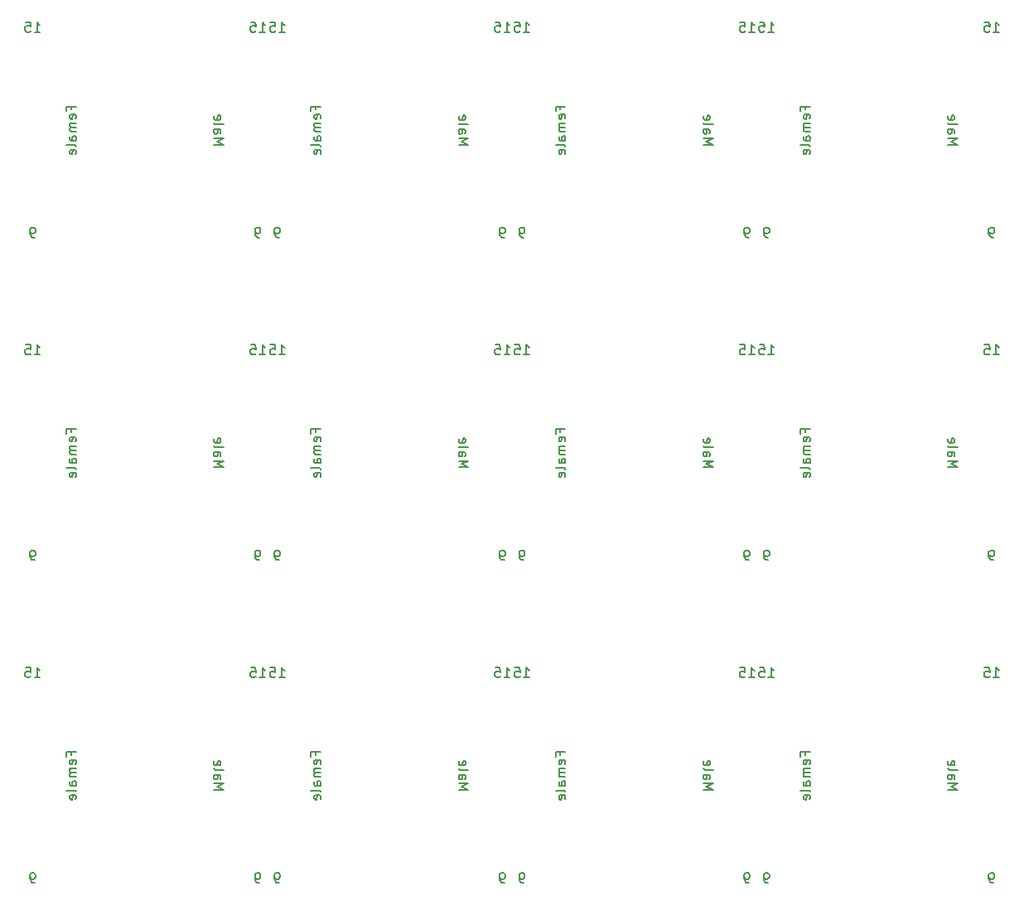
<source format=gbo>
G04 #@! TF.GenerationSoftware,KiCad,Pcbnew,(5.1.5)-3*
G04 #@! TF.CreationDate,2021-03-23T18:23:01+09:00*
G04 #@! TF.ProjectId,DSub15TestPoint(3x4),44537562-3135-4546-9573-74506f696e74,rev?*
G04 #@! TF.SameCoordinates,Original*
G04 #@! TF.FileFunction,Legend,Bot*
G04 #@! TF.FilePolarity,Positive*
%FSLAX46Y46*%
G04 Gerber Fmt 4.6, Leading zero omitted, Abs format (unit mm)*
G04 Created by KiCad (PCBNEW (5.1.5)-3) date 2021-03-23 18:23:01*
%MOMM*%
%LPD*%
G04 APERTURE LIST*
%ADD10C,0.150000*%
G04 APERTURE END LIST*
D10*
X124547619Y-113976190D02*
X125547619Y-113976190D01*
X124833333Y-113642857D01*
X125547619Y-113309523D01*
X124547619Y-113309523D01*
X124547619Y-112404761D02*
X125071428Y-112404761D01*
X125166666Y-112452380D01*
X125214285Y-112547619D01*
X125214285Y-112738095D01*
X125166666Y-112833333D01*
X124595238Y-112404761D02*
X124547619Y-112500000D01*
X124547619Y-112738095D01*
X124595238Y-112833333D01*
X124690476Y-112880952D01*
X124785714Y-112880952D01*
X124880952Y-112833333D01*
X124928571Y-112738095D01*
X124928571Y-112500000D01*
X124976190Y-112404761D01*
X124547619Y-111785714D02*
X124595238Y-111880952D01*
X124690476Y-111928571D01*
X125547619Y-111928571D01*
X124595238Y-111023809D02*
X124547619Y-111119047D01*
X124547619Y-111309523D01*
X124595238Y-111404761D01*
X124690476Y-111452380D01*
X125071428Y-111452380D01*
X125166666Y-111404761D01*
X125214285Y-111309523D01*
X125214285Y-111119047D01*
X125166666Y-111023809D01*
X125071428Y-110976190D01*
X124976190Y-110976190D01*
X124880952Y-111452380D01*
X129190476Y-102452380D02*
X129761904Y-102452380D01*
X129476190Y-102452380D02*
X129476190Y-101452380D01*
X129571428Y-101595238D01*
X129666666Y-101690476D01*
X129761904Y-101738095D01*
X128285714Y-101452380D02*
X128761904Y-101452380D01*
X128809523Y-101928571D01*
X128761904Y-101880952D01*
X128666666Y-101833333D01*
X128428571Y-101833333D01*
X128333333Y-101880952D01*
X128285714Y-101928571D01*
X128238095Y-102023809D01*
X128238095Y-102261904D01*
X128285714Y-102357142D01*
X128333333Y-102404761D01*
X128428571Y-102452380D01*
X128666666Y-102452380D01*
X128761904Y-102404761D01*
X128809523Y-102357142D01*
X109928571Y-110404761D02*
X109928571Y-110071428D01*
X110452380Y-110071428D02*
X109452380Y-110071428D01*
X109452380Y-110547619D01*
X110404761Y-111309523D02*
X110452380Y-111214285D01*
X110452380Y-111023809D01*
X110404761Y-110928571D01*
X110309523Y-110880952D01*
X109928571Y-110880952D01*
X109833333Y-110928571D01*
X109785714Y-111023809D01*
X109785714Y-111214285D01*
X109833333Y-111309523D01*
X109928571Y-111357142D01*
X110023809Y-111357142D01*
X110119047Y-110880952D01*
X110452380Y-111785714D02*
X109785714Y-111785714D01*
X109880952Y-111785714D02*
X109833333Y-111833333D01*
X109785714Y-111928571D01*
X109785714Y-112071428D01*
X109833333Y-112166666D01*
X109928571Y-112214285D01*
X110452380Y-112214285D01*
X109928571Y-112214285D02*
X109833333Y-112261904D01*
X109785714Y-112357142D01*
X109785714Y-112500000D01*
X109833333Y-112595238D01*
X109928571Y-112642857D01*
X110452380Y-112642857D01*
X110452380Y-113547619D02*
X109928571Y-113547619D01*
X109833333Y-113500000D01*
X109785714Y-113404761D01*
X109785714Y-113214285D01*
X109833333Y-113119047D01*
X110404761Y-113547619D02*
X110452380Y-113452380D01*
X110452380Y-113214285D01*
X110404761Y-113119047D01*
X110309523Y-113071428D01*
X110214285Y-113071428D01*
X110119047Y-113119047D01*
X110071428Y-113214285D01*
X110071428Y-113452380D01*
X110023809Y-113547619D01*
X110452380Y-114166666D02*
X110404761Y-114071428D01*
X110309523Y-114023809D01*
X109452380Y-114023809D01*
X110404761Y-114928571D02*
X110452380Y-114833333D01*
X110452380Y-114642857D01*
X110404761Y-114547619D01*
X110309523Y-114500000D01*
X109928571Y-114500000D01*
X109833333Y-114547619D01*
X109785714Y-114642857D01*
X109785714Y-114833333D01*
X109833333Y-114928571D01*
X109928571Y-114976190D01*
X110023809Y-114976190D01*
X110119047Y-114500000D01*
X129190476Y-123452380D02*
X129000000Y-123452380D01*
X128904761Y-123404761D01*
X128857142Y-123357142D01*
X128761904Y-123214285D01*
X128714285Y-123023809D01*
X128714285Y-122642857D01*
X128761904Y-122547619D01*
X128809523Y-122500000D01*
X128904761Y-122452380D01*
X129095238Y-122452380D01*
X129190476Y-122500000D01*
X129238095Y-122547619D01*
X129285714Y-122642857D01*
X129285714Y-122880952D01*
X129238095Y-122976190D01*
X129190476Y-123023809D01*
X129095238Y-123071428D01*
X128904761Y-123071428D01*
X128809523Y-123023809D01*
X128761904Y-122976190D01*
X128714285Y-122880952D01*
X79190476Y-102452380D02*
X79761904Y-102452380D01*
X79476190Y-102452380D02*
X79476190Y-101452380D01*
X79571428Y-101595238D01*
X79666666Y-101690476D01*
X79761904Y-101738095D01*
X78285714Y-101452380D02*
X78761904Y-101452380D01*
X78809523Y-101928571D01*
X78761904Y-101880952D01*
X78666666Y-101833333D01*
X78428571Y-101833333D01*
X78333333Y-101880952D01*
X78285714Y-101928571D01*
X78238095Y-102023809D01*
X78238095Y-102261904D01*
X78285714Y-102357142D01*
X78333333Y-102404761D01*
X78428571Y-102452380D01*
X78666666Y-102452380D01*
X78761904Y-102404761D01*
X78809523Y-102357142D01*
X31190476Y-102452380D02*
X31761904Y-102452380D01*
X31476190Y-102452380D02*
X31476190Y-101452380D01*
X31571428Y-101595238D01*
X31666666Y-101690476D01*
X31761904Y-101738095D01*
X30285714Y-101452380D02*
X30761904Y-101452380D01*
X30809523Y-101928571D01*
X30761904Y-101880952D01*
X30666666Y-101833333D01*
X30428571Y-101833333D01*
X30333333Y-101880952D01*
X30285714Y-101928571D01*
X30238095Y-102023809D01*
X30238095Y-102261904D01*
X30285714Y-102357142D01*
X30333333Y-102404761D01*
X30428571Y-102452380D01*
X30666666Y-102452380D01*
X30761904Y-102404761D01*
X30809523Y-102357142D01*
X54190476Y-123452380D02*
X54000000Y-123452380D01*
X53904761Y-123404761D01*
X53857142Y-123357142D01*
X53761904Y-123214285D01*
X53714285Y-123023809D01*
X53714285Y-122642857D01*
X53761904Y-122547619D01*
X53809523Y-122500000D01*
X53904761Y-122452380D01*
X54095238Y-122452380D01*
X54190476Y-122500000D01*
X54238095Y-122547619D01*
X54285714Y-122642857D01*
X54285714Y-122880952D01*
X54238095Y-122976190D01*
X54190476Y-123023809D01*
X54095238Y-123071428D01*
X53904761Y-123071428D01*
X53809523Y-123023809D01*
X53761904Y-122976190D01*
X53714285Y-122880952D01*
X84928571Y-110404761D02*
X84928571Y-110071428D01*
X85452380Y-110071428D02*
X84452380Y-110071428D01*
X84452380Y-110547619D01*
X85404761Y-111309523D02*
X85452380Y-111214285D01*
X85452380Y-111023809D01*
X85404761Y-110928571D01*
X85309523Y-110880952D01*
X84928571Y-110880952D01*
X84833333Y-110928571D01*
X84785714Y-111023809D01*
X84785714Y-111214285D01*
X84833333Y-111309523D01*
X84928571Y-111357142D01*
X85023809Y-111357142D01*
X85119047Y-110880952D01*
X85452380Y-111785714D02*
X84785714Y-111785714D01*
X84880952Y-111785714D02*
X84833333Y-111833333D01*
X84785714Y-111928571D01*
X84785714Y-112071428D01*
X84833333Y-112166666D01*
X84928571Y-112214285D01*
X85452380Y-112214285D01*
X84928571Y-112214285D02*
X84833333Y-112261904D01*
X84785714Y-112357142D01*
X84785714Y-112500000D01*
X84833333Y-112595238D01*
X84928571Y-112642857D01*
X85452380Y-112642857D01*
X85452380Y-113547619D02*
X84928571Y-113547619D01*
X84833333Y-113500000D01*
X84785714Y-113404761D01*
X84785714Y-113214285D01*
X84833333Y-113119047D01*
X85404761Y-113547619D02*
X85452380Y-113452380D01*
X85452380Y-113214285D01*
X85404761Y-113119047D01*
X85309523Y-113071428D01*
X85214285Y-113071428D01*
X85119047Y-113119047D01*
X85071428Y-113214285D01*
X85071428Y-113452380D01*
X85023809Y-113547619D01*
X85452380Y-114166666D02*
X85404761Y-114071428D01*
X85309523Y-114023809D01*
X84452380Y-114023809D01*
X85404761Y-114928571D02*
X85452380Y-114833333D01*
X85452380Y-114642857D01*
X85404761Y-114547619D01*
X85309523Y-114500000D01*
X84928571Y-114500000D01*
X84833333Y-114547619D01*
X84785714Y-114642857D01*
X84785714Y-114833333D01*
X84833333Y-114928571D01*
X84928571Y-114976190D01*
X85023809Y-114976190D01*
X85119047Y-114500000D01*
X99547619Y-113976190D02*
X100547619Y-113976190D01*
X99833333Y-113642857D01*
X100547619Y-113309523D01*
X99547619Y-113309523D01*
X99547619Y-112404761D02*
X100071428Y-112404761D01*
X100166666Y-112452380D01*
X100214285Y-112547619D01*
X100214285Y-112738095D01*
X100166666Y-112833333D01*
X99595238Y-112404761D02*
X99547619Y-112500000D01*
X99547619Y-112738095D01*
X99595238Y-112833333D01*
X99690476Y-112880952D01*
X99785714Y-112880952D01*
X99880952Y-112833333D01*
X99928571Y-112738095D01*
X99928571Y-112500000D01*
X99976190Y-112404761D01*
X99547619Y-111785714D02*
X99595238Y-111880952D01*
X99690476Y-111928571D01*
X100547619Y-111928571D01*
X99595238Y-111023809D02*
X99547619Y-111119047D01*
X99547619Y-111309523D01*
X99595238Y-111404761D01*
X99690476Y-111452380D01*
X100071428Y-111452380D01*
X100166666Y-111404761D01*
X100214285Y-111309523D01*
X100214285Y-111119047D01*
X100166666Y-111023809D01*
X100071428Y-110976190D01*
X99976190Y-110976190D01*
X99880952Y-111452380D01*
X31190476Y-123452380D02*
X31000000Y-123452380D01*
X30904761Y-123404761D01*
X30857142Y-123357142D01*
X30761904Y-123214285D01*
X30714285Y-123023809D01*
X30714285Y-122642857D01*
X30761904Y-122547619D01*
X30809523Y-122500000D01*
X30904761Y-122452380D01*
X31095238Y-122452380D01*
X31190476Y-122500000D01*
X31238095Y-122547619D01*
X31285714Y-122642857D01*
X31285714Y-122880952D01*
X31238095Y-122976190D01*
X31190476Y-123023809D01*
X31095238Y-123071428D01*
X30904761Y-123071428D01*
X30809523Y-123023809D01*
X30761904Y-122976190D01*
X30714285Y-122880952D01*
X56190476Y-102452380D02*
X56761904Y-102452380D01*
X56476190Y-102452380D02*
X56476190Y-101452380D01*
X56571428Y-101595238D01*
X56666666Y-101690476D01*
X56761904Y-101738095D01*
X55285714Y-101452380D02*
X55761904Y-101452380D01*
X55809523Y-101928571D01*
X55761904Y-101880952D01*
X55666666Y-101833333D01*
X55428571Y-101833333D01*
X55333333Y-101880952D01*
X55285714Y-101928571D01*
X55238095Y-102023809D01*
X55238095Y-102261904D01*
X55285714Y-102357142D01*
X55333333Y-102404761D01*
X55428571Y-102452380D01*
X55666666Y-102452380D01*
X55761904Y-102404761D01*
X55809523Y-102357142D01*
X49547619Y-113976190D02*
X50547619Y-113976190D01*
X49833333Y-113642857D01*
X50547619Y-113309523D01*
X49547619Y-113309523D01*
X49547619Y-112404761D02*
X50071428Y-112404761D01*
X50166666Y-112452380D01*
X50214285Y-112547619D01*
X50214285Y-112738095D01*
X50166666Y-112833333D01*
X49595238Y-112404761D02*
X49547619Y-112500000D01*
X49547619Y-112738095D01*
X49595238Y-112833333D01*
X49690476Y-112880952D01*
X49785714Y-112880952D01*
X49880952Y-112833333D01*
X49928571Y-112738095D01*
X49928571Y-112500000D01*
X49976190Y-112404761D01*
X49547619Y-111785714D02*
X49595238Y-111880952D01*
X49690476Y-111928571D01*
X50547619Y-111928571D01*
X49595238Y-111023809D02*
X49547619Y-111119047D01*
X49547619Y-111309523D01*
X49595238Y-111404761D01*
X49690476Y-111452380D01*
X50071428Y-111452380D01*
X50166666Y-111404761D01*
X50214285Y-111309523D01*
X50214285Y-111119047D01*
X50166666Y-111023809D01*
X50071428Y-110976190D01*
X49976190Y-110976190D01*
X49880952Y-111452380D01*
X34928571Y-110404761D02*
X34928571Y-110071428D01*
X35452380Y-110071428D02*
X34452380Y-110071428D01*
X34452380Y-110547619D01*
X35404761Y-111309523D02*
X35452380Y-111214285D01*
X35452380Y-111023809D01*
X35404761Y-110928571D01*
X35309523Y-110880952D01*
X34928571Y-110880952D01*
X34833333Y-110928571D01*
X34785714Y-111023809D01*
X34785714Y-111214285D01*
X34833333Y-111309523D01*
X34928571Y-111357142D01*
X35023809Y-111357142D01*
X35119047Y-110880952D01*
X35452380Y-111785714D02*
X34785714Y-111785714D01*
X34880952Y-111785714D02*
X34833333Y-111833333D01*
X34785714Y-111928571D01*
X34785714Y-112071428D01*
X34833333Y-112166666D01*
X34928571Y-112214285D01*
X35452380Y-112214285D01*
X34928571Y-112214285D02*
X34833333Y-112261904D01*
X34785714Y-112357142D01*
X34785714Y-112500000D01*
X34833333Y-112595238D01*
X34928571Y-112642857D01*
X35452380Y-112642857D01*
X35452380Y-113547619D02*
X34928571Y-113547619D01*
X34833333Y-113500000D01*
X34785714Y-113404761D01*
X34785714Y-113214285D01*
X34833333Y-113119047D01*
X35404761Y-113547619D02*
X35452380Y-113452380D01*
X35452380Y-113214285D01*
X35404761Y-113119047D01*
X35309523Y-113071428D01*
X35214285Y-113071428D01*
X35119047Y-113119047D01*
X35071428Y-113214285D01*
X35071428Y-113452380D01*
X35023809Y-113547619D01*
X35452380Y-114166666D02*
X35404761Y-114071428D01*
X35309523Y-114023809D01*
X34452380Y-114023809D01*
X35404761Y-114928571D02*
X35452380Y-114833333D01*
X35452380Y-114642857D01*
X35404761Y-114547619D01*
X35309523Y-114500000D01*
X34928571Y-114500000D01*
X34833333Y-114547619D01*
X34785714Y-114642857D01*
X34785714Y-114833333D01*
X34833333Y-114928571D01*
X34928571Y-114976190D01*
X35023809Y-114976190D01*
X35119047Y-114500000D01*
X59928571Y-110404761D02*
X59928571Y-110071428D01*
X60452380Y-110071428D02*
X59452380Y-110071428D01*
X59452380Y-110547619D01*
X60404761Y-111309523D02*
X60452380Y-111214285D01*
X60452380Y-111023809D01*
X60404761Y-110928571D01*
X60309523Y-110880952D01*
X59928571Y-110880952D01*
X59833333Y-110928571D01*
X59785714Y-111023809D01*
X59785714Y-111214285D01*
X59833333Y-111309523D01*
X59928571Y-111357142D01*
X60023809Y-111357142D01*
X60119047Y-110880952D01*
X60452380Y-111785714D02*
X59785714Y-111785714D01*
X59880952Y-111785714D02*
X59833333Y-111833333D01*
X59785714Y-111928571D01*
X59785714Y-112071428D01*
X59833333Y-112166666D01*
X59928571Y-112214285D01*
X60452380Y-112214285D01*
X59928571Y-112214285D02*
X59833333Y-112261904D01*
X59785714Y-112357142D01*
X59785714Y-112500000D01*
X59833333Y-112595238D01*
X59928571Y-112642857D01*
X60452380Y-112642857D01*
X60452380Y-113547619D02*
X59928571Y-113547619D01*
X59833333Y-113500000D01*
X59785714Y-113404761D01*
X59785714Y-113214285D01*
X59833333Y-113119047D01*
X60404761Y-113547619D02*
X60452380Y-113452380D01*
X60452380Y-113214285D01*
X60404761Y-113119047D01*
X60309523Y-113071428D01*
X60214285Y-113071428D01*
X60119047Y-113119047D01*
X60071428Y-113214285D01*
X60071428Y-113452380D01*
X60023809Y-113547619D01*
X60452380Y-114166666D02*
X60404761Y-114071428D01*
X60309523Y-114023809D01*
X59452380Y-114023809D01*
X60404761Y-114928571D02*
X60452380Y-114833333D01*
X60452380Y-114642857D01*
X60404761Y-114547619D01*
X60309523Y-114500000D01*
X59928571Y-114500000D01*
X59833333Y-114547619D01*
X59785714Y-114642857D01*
X59785714Y-114833333D01*
X59833333Y-114928571D01*
X59928571Y-114976190D01*
X60023809Y-114976190D01*
X60119047Y-114500000D01*
X56190476Y-123452380D02*
X56000000Y-123452380D01*
X55904761Y-123404761D01*
X55857142Y-123357142D01*
X55761904Y-123214285D01*
X55714285Y-123023809D01*
X55714285Y-122642857D01*
X55761904Y-122547619D01*
X55809523Y-122500000D01*
X55904761Y-122452380D01*
X56095238Y-122452380D01*
X56190476Y-122500000D01*
X56238095Y-122547619D01*
X56285714Y-122642857D01*
X56285714Y-122880952D01*
X56238095Y-122976190D01*
X56190476Y-123023809D01*
X56095238Y-123071428D01*
X55904761Y-123071428D01*
X55809523Y-123023809D01*
X55761904Y-122976190D01*
X55714285Y-122880952D01*
X54190476Y-102452380D02*
X54761904Y-102452380D01*
X54476190Y-102452380D02*
X54476190Y-101452380D01*
X54571428Y-101595238D01*
X54666666Y-101690476D01*
X54761904Y-101738095D01*
X53285714Y-101452380D02*
X53761904Y-101452380D01*
X53809523Y-101928571D01*
X53761904Y-101880952D01*
X53666666Y-101833333D01*
X53428571Y-101833333D01*
X53333333Y-101880952D01*
X53285714Y-101928571D01*
X53238095Y-102023809D01*
X53238095Y-102261904D01*
X53285714Y-102357142D01*
X53333333Y-102404761D01*
X53428571Y-102452380D01*
X53666666Y-102452380D01*
X53761904Y-102404761D01*
X53809523Y-102357142D01*
X74547619Y-113976190D02*
X75547619Y-113976190D01*
X74833333Y-113642857D01*
X75547619Y-113309523D01*
X74547619Y-113309523D01*
X74547619Y-112404761D02*
X75071428Y-112404761D01*
X75166666Y-112452380D01*
X75214285Y-112547619D01*
X75214285Y-112738095D01*
X75166666Y-112833333D01*
X74595238Y-112404761D02*
X74547619Y-112500000D01*
X74547619Y-112738095D01*
X74595238Y-112833333D01*
X74690476Y-112880952D01*
X74785714Y-112880952D01*
X74880952Y-112833333D01*
X74928571Y-112738095D01*
X74928571Y-112500000D01*
X74976190Y-112404761D01*
X74547619Y-111785714D02*
X74595238Y-111880952D01*
X74690476Y-111928571D01*
X75547619Y-111928571D01*
X74595238Y-111023809D02*
X74547619Y-111119047D01*
X74547619Y-111309523D01*
X74595238Y-111404761D01*
X74690476Y-111452380D01*
X75071428Y-111452380D01*
X75166666Y-111404761D01*
X75214285Y-111309523D01*
X75214285Y-111119047D01*
X75166666Y-111023809D01*
X75071428Y-110976190D01*
X74976190Y-110976190D01*
X74880952Y-111452380D01*
X106190476Y-102452380D02*
X106761904Y-102452380D01*
X106476190Y-102452380D02*
X106476190Y-101452380D01*
X106571428Y-101595238D01*
X106666666Y-101690476D01*
X106761904Y-101738095D01*
X105285714Y-101452380D02*
X105761904Y-101452380D01*
X105809523Y-101928571D01*
X105761904Y-101880952D01*
X105666666Y-101833333D01*
X105428571Y-101833333D01*
X105333333Y-101880952D01*
X105285714Y-101928571D01*
X105238095Y-102023809D01*
X105238095Y-102261904D01*
X105285714Y-102357142D01*
X105333333Y-102404761D01*
X105428571Y-102452380D01*
X105666666Y-102452380D01*
X105761904Y-102404761D01*
X105809523Y-102357142D01*
X81190476Y-102452380D02*
X81761904Y-102452380D01*
X81476190Y-102452380D02*
X81476190Y-101452380D01*
X81571428Y-101595238D01*
X81666666Y-101690476D01*
X81761904Y-101738095D01*
X80285714Y-101452380D02*
X80761904Y-101452380D01*
X80809523Y-101928571D01*
X80761904Y-101880952D01*
X80666666Y-101833333D01*
X80428571Y-101833333D01*
X80333333Y-101880952D01*
X80285714Y-101928571D01*
X80238095Y-102023809D01*
X80238095Y-102261904D01*
X80285714Y-102357142D01*
X80333333Y-102404761D01*
X80428571Y-102452380D01*
X80666666Y-102452380D01*
X80761904Y-102404761D01*
X80809523Y-102357142D01*
X104190476Y-102452380D02*
X104761904Y-102452380D01*
X104476190Y-102452380D02*
X104476190Y-101452380D01*
X104571428Y-101595238D01*
X104666666Y-101690476D01*
X104761904Y-101738095D01*
X103285714Y-101452380D02*
X103761904Y-101452380D01*
X103809523Y-101928571D01*
X103761904Y-101880952D01*
X103666666Y-101833333D01*
X103428571Y-101833333D01*
X103333333Y-101880952D01*
X103285714Y-101928571D01*
X103238095Y-102023809D01*
X103238095Y-102261904D01*
X103285714Y-102357142D01*
X103333333Y-102404761D01*
X103428571Y-102452380D01*
X103666666Y-102452380D01*
X103761904Y-102404761D01*
X103809523Y-102357142D01*
X81190476Y-123452380D02*
X81000000Y-123452380D01*
X80904761Y-123404761D01*
X80857142Y-123357142D01*
X80761904Y-123214285D01*
X80714285Y-123023809D01*
X80714285Y-122642857D01*
X80761904Y-122547619D01*
X80809523Y-122500000D01*
X80904761Y-122452380D01*
X81095238Y-122452380D01*
X81190476Y-122500000D01*
X81238095Y-122547619D01*
X81285714Y-122642857D01*
X81285714Y-122880952D01*
X81238095Y-122976190D01*
X81190476Y-123023809D01*
X81095238Y-123071428D01*
X80904761Y-123071428D01*
X80809523Y-123023809D01*
X80761904Y-122976190D01*
X80714285Y-122880952D01*
X104190476Y-123452380D02*
X104000000Y-123452380D01*
X103904761Y-123404761D01*
X103857142Y-123357142D01*
X103761904Y-123214285D01*
X103714285Y-123023809D01*
X103714285Y-122642857D01*
X103761904Y-122547619D01*
X103809523Y-122500000D01*
X103904761Y-122452380D01*
X104095238Y-122452380D01*
X104190476Y-122500000D01*
X104238095Y-122547619D01*
X104285714Y-122642857D01*
X104285714Y-122880952D01*
X104238095Y-122976190D01*
X104190476Y-123023809D01*
X104095238Y-123071428D01*
X103904761Y-123071428D01*
X103809523Y-123023809D01*
X103761904Y-122976190D01*
X103714285Y-122880952D01*
X79190476Y-123452380D02*
X79000000Y-123452380D01*
X78904761Y-123404761D01*
X78857142Y-123357142D01*
X78761904Y-123214285D01*
X78714285Y-123023809D01*
X78714285Y-122642857D01*
X78761904Y-122547619D01*
X78809523Y-122500000D01*
X78904761Y-122452380D01*
X79095238Y-122452380D01*
X79190476Y-122500000D01*
X79238095Y-122547619D01*
X79285714Y-122642857D01*
X79285714Y-122880952D01*
X79238095Y-122976190D01*
X79190476Y-123023809D01*
X79095238Y-123071428D01*
X78904761Y-123071428D01*
X78809523Y-123023809D01*
X78761904Y-122976190D01*
X78714285Y-122880952D01*
X106190476Y-123452380D02*
X106000000Y-123452380D01*
X105904761Y-123404761D01*
X105857142Y-123357142D01*
X105761904Y-123214285D01*
X105714285Y-123023809D01*
X105714285Y-122642857D01*
X105761904Y-122547619D01*
X105809523Y-122500000D01*
X105904761Y-122452380D01*
X106095238Y-122452380D01*
X106190476Y-122500000D01*
X106238095Y-122547619D01*
X106285714Y-122642857D01*
X106285714Y-122880952D01*
X106238095Y-122976190D01*
X106190476Y-123023809D01*
X106095238Y-123071428D01*
X105904761Y-123071428D01*
X105809523Y-123023809D01*
X105761904Y-122976190D01*
X105714285Y-122880952D01*
X124547619Y-80976190D02*
X125547619Y-80976190D01*
X124833333Y-80642857D01*
X125547619Y-80309523D01*
X124547619Y-80309523D01*
X124547619Y-79404761D02*
X125071428Y-79404761D01*
X125166666Y-79452380D01*
X125214285Y-79547619D01*
X125214285Y-79738095D01*
X125166666Y-79833333D01*
X124595238Y-79404761D02*
X124547619Y-79500000D01*
X124547619Y-79738095D01*
X124595238Y-79833333D01*
X124690476Y-79880952D01*
X124785714Y-79880952D01*
X124880952Y-79833333D01*
X124928571Y-79738095D01*
X124928571Y-79500000D01*
X124976190Y-79404761D01*
X124547619Y-78785714D02*
X124595238Y-78880952D01*
X124690476Y-78928571D01*
X125547619Y-78928571D01*
X124595238Y-78023809D02*
X124547619Y-78119047D01*
X124547619Y-78309523D01*
X124595238Y-78404761D01*
X124690476Y-78452380D01*
X125071428Y-78452380D01*
X125166666Y-78404761D01*
X125214285Y-78309523D01*
X125214285Y-78119047D01*
X125166666Y-78023809D01*
X125071428Y-77976190D01*
X124976190Y-77976190D01*
X124880952Y-78452380D01*
X129190476Y-69452380D02*
X129761904Y-69452380D01*
X129476190Y-69452380D02*
X129476190Y-68452380D01*
X129571428Y-68595238D01*
X129666666Y-68690476D01*
X129761904Y-68738095D01*
X128285714Y-68452380D02*
X128761904Y-68452380D01*
X128809523Y-68928571D01*
X128761904Y-68880952D01*
X128666666Y-68833333D01*
X128428571Y-68833333D01*
X128333333Y-68880952D01*
X128285714Y-68928571D01*
X128238095Y-69023809D01*
X128238095Y-69261904D01*
X128285714Y-69357142D01*
X128333333Y-69404761D01*
X128428571Y-69452380D01*
X128666666Y-69452380D01*
X128761904Y-69404761D01*
X128809523Y-69357142D01*
X106190476Y-90452380D02*
X106000000Y-90452380D01*
X105904761Y-90404761D01*
X105857142Y-90357142D01*
X105761904Y-90214285D01*
X105714285Y-90023809D01*
X105714285Y-89642857D01*
X105761904Y-89547619D01*
X105809523Y-89500000D01*
X105904761Y-89452380D01*
X106095238Y-89452380D01*
X106190476Y-89500000D01*
X106238095Y-89547619D01*
X106285714Y-89642857D01*
X106285714Y-89880952D01*
X106238095Y-89976190D01*
X106190476Y-90023809D01*
X106095238Y-90071428D01*
X105904761Y-90071428D01*
X105809523Y-90023809D01*
X105761904Y-89976190D01*
X105714285Y-89880952D01*
X129190476Y-90452380D02*
X129000000Y-90452380D01*
X128904761Y-90404761D01*
X128857142Y-90357142D01*
X128761904Y-90214285D01*
X128714285Y-90023809D01*
X128714285Y-89642857D01*
X128761904Y-89547619D01*
X128809523Y-89500000D01*
X128904761Y-89452380D01*
X129095238Y-89452380D01*
X129190476Y-89500000D01*
X129238095Y-89547619D01*
X129285714Y-89642857D01*
X129285714Y-89880952D01*
X129238095Y-89976190D01*
X129190476Y-90023809D01*
X129095238Y-90071428D01*
X128904761Y-90071428D01*
X128809523Y-90023809D01*
X128761904Y-89976190D01*
X128714285Y-89880952D01*
X109928571Y-77404761D02*
X109928571Y-77071428D01*
X110452380Y-77071428D02*
X109452380Y-77071428D01*
X109452380Y-77547619D01*
X110404761Y-78309523D02*
X110452380Y-78214285D01*
X110452380Y-78023809D01*
X110404761Y-77928571D01*
X110309523Y-77880952D01*
X109928571Y-77880952D01*
X109833333Y-77928571D01*
X109785714Y-78023809D01*
X109785714Y-78214285D01*
X109833333Y-78309523D01*
X109928571Y-78357142D01*
X110023809Y-78357142D01*
X110119047Y-77880952D01*
X110452380Y-78785714D02*
X109785714Y-78785714D01*
X109880952Y-78785714D02*
X109833333Y-78833333D01*
X109785714Y-78928571D01*
X109785714Y-79071428D01*
X109833333Y-79166666D01*
X109928571Y-79214285D01*
X110452380Y-79214285D01*
X109928571Y-79214285D02*
X109833333Y-79261904D01*
X109785714Y-79357142D01*
X109785714Y-79500000D01*
X109833333Y-79595238D01*
X109928571Y-79642857D01*
X110452380Y-79642857D01*
X110452380Y-80547619D02*
X109928571Y-80547619D01*
X109833333Y-80500000D01*
X109785714Y-80404761D01*
X109785714Y-80214285D01*
X109833333Y-80119047D01*
X110404761Y-80547619D02*
X110452380Y-80452380D01*
X110452380Y-80214285D01*
X110404761Y-80119047D01*
X110309523Y-80071428D01*
X110214285Y-80071428D01*
X110119047Y-80119047D01*
X110071428Y-80214285D01*
X110071428Y-80452380D01*
X110023809Y-80547619D01*
X110452380Y-81166666D02*
X110404761Y-81071428D01*
X110309523Y-81023809D01*
X109452380Y-81023809D01*
X110404761Y-81928571D02*
X110452380Y-81833333D01*
X110452380Y-81642857D01*
X110404761Y-81547619D01*
X110309523Y-81500000D01*
X109928571Y-81500000D01*
X109833333Y-81547619D01*
X109785714Y-81642857D01*
X109785714Y-81833333D01*
X109833333Y-81928571D01*
X109928571Y-81976190D01*
X110023809Y-81976190D01*
X110119047Y-81500000D01*
X106190476Y-69452380D02*
X106761904Y-69452380D01*
X106476190Y-69452380D02*
X106476190Y-68452380D01*
X106571428Y-68595238D01*
X106666666Y-68690476D01*
X106761904Y-68738095D01*
X105285714Y-68452380D02*
X105761904Y-68452380D01*
X105809523Y-68928571D01*
X105761904Y-68880952D01*
X105666666Y-68833333D01*
X105428571Y-68833333D01*
X105333333Y-68880952D01*
X105285714Y-68928571D01*
X105238095Y-69023809D01*
X105238095Y-69261904D01*
X105285714Y-69357142D01*
X105333333Y-69404761D01*
X105428571Y-69452380D01*
X105666666Y-69452380D01*
X105761904Y-69404761D01*
X105809523Y-69357142D01*
X81190476Y-69452380D02*
X81761904Y-69452380D01*
X81476190Y-69452380D02*
X81476190Y-68452380D01*
X81571428Y-68595238D01*
X81666666Y-68690476D01*
X81761904Y-68738095D01*
X80285714Y-68452380D02*
X80761904Y-68452380D01*
X80809523Y-68928571D01*
X80761904Y-68880952D01*
X80666666Y-68833333D01*
X80428571Y-68833333D01*
X80333333Y-68880952D01*
X80285714Y-68928571D01*
X80238095Y-69023809D01*
X80238095Y-69261904D01*
X80285714Y-69357142D01*
X80333333Y-69404761D01*
X80428571Y-69452380D01*
X80666666Y-69452380D01*
X80761904Y-69404761D01*
X80809523Y-69357142D01*
X104190476Y-69452380D02*
X104761904Y-69452380D01*
X104476190Y-69452380D02*
X104476190Y-68452380D01*
X104571428Y-68595238D01*
X104666666Y-68690476D01*
X104761904Y-68738095D01*
X103285714Y-68452380D02*
X103761904Y-68452380D01*
X103809523Y-68928571D01*
X103761904Y-68880952D01*
X103666666Y-68833333D01*
X103428571Y-68833333D01*
X103333333Y-68880952D01*
X103285714Y-68928571D01*
X103238095Y-69023809D01*
X103238095Y-69261904D01*
X103285714Y-69357142D01*
X103333333Y-69404761D01*
X103428571Y-69452380D01*
X103666666Y-69452380D01*
X103761904Y-69404761D01*
X103809523Y-69357142D01*
X81190476Y-90452380D02*
X81000000Y-90452380D01*
X80904761Y-90404761D01*
X80857142Y-90357142D01*
X80761904Y-90214285D01*
X80714285Y-90023809D01*
X80714285Y-89642857D01*
X80761904Y-89547619D01*
X80809523Y-89500000D01*
X80904761Y-89452380D01*
X81095238Y-89452380D01*
X81190476Y-89500000D01*
X81238095Y-89547619D01*
X81285714Y-89642857D01*
X81285714Y-89880952D01*
X81238095Y-89976190D01*
X81190476Y-90023809D01*
X81095238Y-90071428D01*
X80904761Y-90071428D01*
X80809523Y-90023809D01*
X80761904Y-89976190D01*
X80714285Y-89880952D01*
X104190476Y-90452380D02*
X104000000Y-90452380D01*
X103904761Y-90404761D01*
X103857142Y-90357142D01*
X103761904Y-90214285D01*
X103714285Y-90023809D01*
X103714285Y-89642857D01*
X103761904Y-89547619D01*
X103809523Y-89500000D01*
X103904761Y-89452380D01*
X104095238Y-89452380D01*
X104190476Y-89500000D01*
X104238095Y-89547619D01*
X104285714Y-89642857D01*
X104285714Y-89880952D01*
X104238095Y-89976190D01*
X104190476Y-90023809D01*
X104095238Y-90071428D01*
X103904761Y-90071428D01*
X103809523Y-90023809D01*
X103761904Y-89976190D01*
X103714285Y-89880952D01*
X84928571Y-77404761D02*
X84928571Y-77071428D01*
X85452380Y-77071428D02*
X84452380Y-77071428D01*
X84452380Y-77547619D01*
X85404761Y-78309523D02*
X85452380Y-78214285D01*
X85452380Y-78023809D01*
X85404761Y-77928571D01*
X85309523Y-77880952D01*
X84928571Y-77880952D01*
X84833333Y-77928571D01*
X84785714Y-78023809D01*
X84785714Y-78214285D01*
X84833333Y-78309523D01*
X84928571Y-78357142D01*
X85023809Y-78357142D01*
X85119047Y-77880952D01*
X85452380Y-78785714D02*
X84785714Y-78785714D01*
X84880952Y-78785714D02*
X84833333Y-78833333D01*
X84785714Y-78928571D01*
X84785714Y-79071428D01*
X84833333Y-79166666D01*
X84928571Y-79214285D01*
X85452380Y-79214285D01*
X84928571Y-79214285D02*
X84833333Y-79261904D01*
X84785714Y-79357142D01*
X84785714Y-79500000D01*
X84833333Y-79595238D01*
X84928571Y-79642857D01*
X85452380Y-79642857D01*
X85452380Y-80547619D02*
X84928571Y-80547619D01*
X84833333Y-80500000D01*
X84785714Y-80404761D01*
X84785714Y-80214285D01*
X84833333Y-80119047D01*
X85404761Y-80547619D02*
X85452380Y-80452380D01*
X85452380Y-80214285D01*
X85404761Y-80119047D01*
X85309523Y-80071428D01*
X85214285Y-80071428D01*
X85119047Y-80119047D01*
X85071428Y-80214285D01*
X85071428Y-80452380D01*
X85023809Y-80547619D01*
X85452380Y-81166666D02*
X85404761Y-81071428D01*
X85309523Y-81023809D01*
X84452380Y-81023809D01*
X85404761Y-81928571D02*
X85452380Y-81833333D01*
X85452380Y-81642857D01*
X85404761Y-81547619D01*
X85309523Y-81500000D01*
X84928571Y-81500000D01*
X84833333Y-81547619D01*
X84785714Y-81642857D01*
X84785714Y-81833333D01*
X84833333Y-81928571D01*
X84928571Y-81976190D01*
X85023809Y-81976190D01*
X85119047Y-81500000D01*
X99547619Y-80976190D02*
X100547619Y-80976190D01*
X99833333Y-80642857D01*
X100547619Y-80309523D01*
X99547619Y-80309523D01*
X99547619Y-79404761D02*
X100071428Y-79404761D01*
X100166666Y-79452380D01*
X100214285Y-79547619D01*
X100214285Y-79738095D01*
X100166666Y-79833333D01*
X99595238Y-79404761D02*
X99547619Y-79500000D01*
X99547619Y-79738095D01*
X99595238Y-79833333D01*
X99690476Y-79880952D01*
X99785714Y-79880952D01*
X99880952Y-79833333D01*
X99928571Y-79738095D01*
X99928571Y-79500000D01*
X99976190Y-79404761D01*
X99547619Y-78785714D02*
X99595238Y-78880952D01*
X99690476Y-78928571D01*
X100547619Y-78928571D01*
X99595238Y-78023809D02*
X99547619Y-78119047D01*
X99547619Y-78309523D01*
X99595238Y-78404761D01*
X99690476Y-78452380D01*
X100071428Y-78452380D01*
X100166666Y-78404761D01*
X100214285Y-78309523D01*
X100214285Y-78119047D01*
X100166666Y-78023809D01*
X100071428Y-77976190D01*
X99976190Y-77976190D01*
X99880952Y-78452380D01*
X59928571Y-77404761D02*
X59928571Y-77071428D01*
X60452380Y-77071428D02*
X59452380Y-77071428D01*
X59452380Y-77547619D01*
X60404761Y-78309523D02*
X60452380Y-78214285D01*
X60452380Y-78023809D01*
X60404761Y-77928571D01*
X60309523Y-77880952D01*
X59928571Y-77880952D01*
X59833333Y-77928571D01*
X59785714Y-78023809D01*
X59785714Y-78214285D01*
X59833333Y-78309523D01*
X59928571Y-78357142D01*
X60023809Y-78357142D01*
X60119047Y-77880952D01*
X60452380Y-78785714D02*
X59785714Y-78785714D01*
X59880952Y-78785714D02*
X59833333Y-78833333D01*
X59785714Y-78928571D01*
X59785714Y-79071428D01*
X59833333Y-79166666D01*
X59928571Y-79214285D01*
X60452380Y-79214285D01*
X59928571Y-79214285D02*
X59833333Y-79261904D01*
X59785714Y-79357142D01*
X59785714Y-79500000D01*
X59833333Y-79595238D01*
X59928571Y-79642857D01*
X60452380Y-79642857D01*
X60452380Y-80547619D02*
X59928571Y-80547619D01*
X59833333Y-80500000D01*
X59785714Y-80404761D01*
X59785714Y-80214285D01*
X59833333Y-80119047D01*
X60404761Y-80547619D02*
X60452380Y-80452380D01*
X60452380Y-80214285D01*
X60404761Y-80119047D01*
X60309523Y-80071428D01*
X60214285Y-80071428D01*
X60119047Y-80119047D01*
X60071428Y-80214285D01*
X60071428Y-80452380D01*
X60023809Y-80547619D01*
X60452380Y-81166666D02*
X60404761Y-81071428D01*
X60309523Y-81023809D01*
X59452380Y-81023809D01*
X60404761Y-81928571D02*
X60452380Y-81833333D01*
X60452380Y-81642857D01*
X60404761Y-81547619D01*
X60309523Y-81500000D01*
X59928571Y-81500000D01*
X59833333Y-81547619D01*
X59785714Y-81642857D01*
X59785714Y-81833333D01*
X59833333Y-81928571D01*
X59928571Y-81976190D01*
X60023809Y-81976190D01*
X60119047Y-81500000D01*
X56190476Y-69452380D02*
X56761904Y-69452380D01*
X56476190Y-69452380D02*
X56476190Y-68452380D01*
X56571428Y-68595238D01*
X56666666Y-68690476D01*
X56761904Y-68738095D01*
X55285714Y-68452380D02*
X55761904Y-68452380D01*
X55809523Y-68928571D01*
X55761904Y-68880952D01*
X55666666Y-68833333D01*
X55428571Y-68833333D01*
X55333333Y-68880952D01*
X55285714Y-68928571D01*
X55238095Y-69023809D01*
X55238095Y-69261904D01*
X55285714Y-69357142D01*
X55333333Y-69404761D01*
X55428571Y-69452380D01*
X55666666Y-69452380D01*
X55761904Y-69404761D01*
X55809523Y-69357142D01*
X56190476Y-90452380D02*
X56000000Y-90452380D01*
X55904761Y-90404761D01*
X55857142Y-90357142D01*
X55761904Y-90214285D01*
X55714285Y-90023809D01*
X55714285Y-89642857D01*
X55761904Y-89547619D01*
X55809523Y-89500000D01*
X55904761Y-89452380D01*
X56095238Y-89452380D01*
X56190476Y-89500000D01*
X56238095Y-89547619D01*
X56285714Y-89642857D01*
X56285714Y-89880952D01*
X56238095Y-89976190D01*
X56190476Y-90023809D01*
X56095238Y-90071428D01*
X55904761Y-90071428D01*
X55809523Y-90023809D01*
X55761904Y-89976190D01*
X55714285Y-89880952D01*
X74547619Y-80976190D02*
X75547619Y-80976190D01*
X74833333Y-80642857D01*
X75547619Y-80309523D01*
X74547619Y-80309523D01*
X74547619Y-79404761D02*
X75071428Y-79404761D01*
X75166666Y-79452380D01*
X75214285Y-79547619D01*
X75214285Y-79738095D01*
X75166666Y-79833333D01*
X74595238Y-79404761D02*
X74547619Y-79500000D01*
X74547619Y-79738095D01*
X74595238Y-79833333D01*
X74690476Y-79880952D01*
X74785714Y-79880952D01*
X74880952Y-79833333D01*
X74928571Y-79738095D01*
X74928571Y-79500000D01*
X74976190Y-79404761D01*
X74547619Y-78785714D02*
X74595238Y-78880952D01*
X74690476Y-78928571D01*
X75547619Y-78928571D01*
X74595238Y-78023809D02*
X74547619Y-78119047D01*
X74547619Y-78309523D01*
X74595238Y-78404761D01*
X74690476Y-78452380D01*
X75071428Y-78452380D01*
X75166666Y-78404761D01*
X75214285Y-78309523D01*
X75214285Y-78119047D01*
X75166666Y-78023809D01*
X75071428Y-77976190D01*
X74976190Y-77976190D01*
X74880952Y-78452380D01*
X79190476Y-69452380D02*
X79761904Y-69452380D01*
X79476190Y-69452380D02*
X79476190Y-68452380D01*
X79571428Y-68595238D01*
X79666666Y-68690476D01*
X79761904Y-68738095D01*
X78285714Y-68452380D02*
X78761904Y-68452380D01*
X78809523Y-68928571D01*
X78761904Y-68880952D01*
X78666666Y-68833333D01*
X78428571Y-68833333D01*
X78333333Y-68880952D01*
X78285714Y-68928571D01*
X78238095Y-69023809D01*
X78238095Y-69261904D01*
X78285714Y-69357142D01*
X78333333Y-69404761D01*
X78428571Y-69452380D01*
X78666666Y-69452380D01*
X78761904Y-69404761D01*
X78809523Y-69357142D01*
X79190476Y-90452380D02*
X79000000Y-90452380D01*
X78904761Y-90404761D01*
X78857142Y-90357142D01*
X78761904Y-90214285D01*
X78714285Y-90023809D01*
X78714285Y-89642857D01*
X78761904Y-89547619D01*
X78809523Y-89500000D01*
X78904761Y-89452380D01*
X79095238Y-89452380D01*
X79190476Y-89500000D01*
X79238095Y-89547619D01*
X79285714Y-89642857D01*
X79285714Y-89880952D01*
X79238095Y-89976190D01*
X79190476Y-90023809D01*
X79095238Y-90071428D01*
X78904761Y-90071428D01*
X78809523Y-90023809D01*
X78761904Y-89976190D01*
X78714285Y-89880952D01*
X49547619Y-80976190D02*
X50547619Y-80976190D01*
X49833333Y-80642857D01*
X50547619Y-80309523D01*
X49547619Y-80309523D01*
X49547619Y-79404761D02*
X50071428Y-79404761D01*
X50166666Y-79452380D01*
X50214285Y-79547619D01*
X50214285Y-79738095D01*
X50166666Y-79833333D01*
X49595238Y-79404761D02*
X49547619Y-79500000D01*
X49547619Y-79738095D01*
X49595238Y-79833333D01*
X49690476Y-79880952D01*
X49785714Y-79880952D01*
X49880952Y-79833333D01*
X49928571Y-79738095D01*
X49928571Y-79500000D01*
X49976190Y-79404761D01*
X49547619Y-78785714D02*
X49595238Y-78880952D01*
X49690476Y-78928571D01*
X50547619Y-78928571D01*
X49595238Y-78023809D02*
X49547619Y-78119047D01*
X49547619Y-78309523D01*
X49595238Y-78404761D01*
X49690476Y-78452380D01*
X50071428Y-78452380D01*
X50166666Y-78404761D01*
X50214285Y-78309523D01*
X50214285Y-78119047D01*
X50166666Y-78023809D01*
X50071428Y-77976190D01*
X49976190Y-77976190D01*
X49880952Y-78452380D01*
X31190476Y-69452380D02*
X31761904Y-69452380D01*
X31476190Y-69452380D02*
X31476190Y-68452380D01*
X31571428Y-68595238D01*
X31666666Y-68690476D01*
X31761904Y-68738095D01*
X30285714Y-68452380D02*
X30761904Y-68452380D01*
X30809523Y-68928571D01*
X30761904Y-68880952D01*
X30666666Y-68833333D01*
X30428571Y-68833333D01*
X30333333Y-68880952D01*
X30285714Y-68928571D01*
X30238095Y-69023809D01*
X30238095Y-69261904D01*
X30285714Y-69357142D01*
X30333333Y-69404761D01*
X30428571Y-69452380D01*
X30666666Y-69452380D01*
X30761904Y-69404761D01*
X30809523Y-69357142D01*
X54190476Y-90452380D02*
X54000000Y-90452380D01*
X53904761Y-90404761D01*
X53857142Y-90357142D01*
X53761904Y-90214285D01*
X53714285Y-90023809D01*
X53714285Y-89642857D01*
X53761904Y-89547619D01*
X53809523Y-89500000D01*
X53904761Y-89452380D01*
X54095238Y-89452380D01*
X54190476Y-89500000D01*
X54238095Y-89547619D01*
X54285714Y-89642857D01*
X54285714Y-89880952D01*
X54238095Y-89976190D01*
X54190476Y-90023809D01*
X54095238Y-90071428D01*
X53904761Y-90071428D01*
X53809523Y-90023809D01*
X53761904Y-89976190D01*
X53714285Y-89880952D01*
X34928571Y-77404761D02*
X34928571Y-77071428D01*
X35452380Y-77071428D02*
X34452380Y-77071428D01*
X34452380Y-77547619D01*
X35404761Y-78309523D02*
X35452380Y-78214285D01*
X35452380Y-78023809D01*
X35404761Y-77928571D01*
X35309523Y-77880952D01*
X34928571Y-77880952D01*
X34833333Y-77928571D01*
X34785714Y-78023809D01*
X34785714Y-78214285D01*
X34833333Y-78309523D01*
X34928571Y-78357142D01*
X35023809Y-78357142D01*
X35119047Y-77880952D01*
X35452380Y-78785714D02*
X34785714Y-78785714D01*
X34880952Y-78785714D02*
X34833333Y-78833333D01*
X34785714Y-78928571D01*
X34785714Y-79071428D01*
X34833333Y-79166666D01*
X34928571Y-79214285D01*
X35452380Y-79214285D01*
X34928571Y-79214285D02*
X34833333Y-79261904D01*
X34785714Y-79357142D01*
X34785714Y-79500000D01*
X34833333Y-79595238D01*
X34928571Y-79642857D01*
X35452380Y-79642857D01*
X35452380Y-80547619D02*
X34928571Y-80547619D01*
X34833333Y-80500000D01*
X34785714Y-80404761D01*
X34785714Y-80214285D01*
X34833333Y-80119047D01*
X35404761Y-80547619D02*
X35452380Y-80452380D01*
X35452380Y-80214285D01*
X35404761Y-80119047D01*
X35309523Y-80071428D01*
X35214285Y-80071428D01*
X35119047Y-80119047D01*
X35071428Y-80214285D01*
X35071428Y-80452380D01*
X35023809Y-80547619D01*
X35452380Y-81166666D02*
X35404761Y-81071428D01*
X35309523Y-81023809D01*
X34452380Y-81023809D01*
X35404761Y-81928571D02*
X35452380Y-81833333D01*
X35452380Y-81642857D01*
X35404761Y-81547619D01*
X35309523Y-81500000D01*
X34928571Y-81500000D01*
X34833333Y-81547619D01*
X34785714Y-81642857D01*
X34785714Y-81833333D01*
X34833333Y-81928571D01*
X34928571Y-81976190D01*
X35023809Y-81976190D01*
X35119047Y-81500000D01*
X54190476Y-69452380D02*
X54761904Y-69452380D01*
X54476190Y-69452380D02*
X54476190Y-68452380D01*
X54571428Y-68595238D01*
X54666666Y-68690476D01*
X54761904Y-68738095D01*
X53285714Y-68452380D02*
X53761904Y-68452380D01*
X53809523Y-68928571D01*
X53761904Y-68880952D01*
X53666666Y-68833333D01*
X53428571Y-68833333D01*
X53333333Y-68880952D01*
X53285714Y-68928571D01*
X53238095Y-69023809D01*
X53238095Y-69261904D01*
X53285714Y-69357142D01*
X53333333Y-69404761D01*
X53428571Y-69452380D01*
X53666666Y-69452380D01*
X53761904Y-69404761D01*
X53809523Y-69357142D01*
X31190476Y-90452380D02*
X31000000Y-90452380D01*
X30904761Y-90404761D01*
X30857142Y-90357142D01*
X30761904Y-90214285D01*
X30714285Y-90023809D01*
X30714285Y-89642857D01*
X30761904Y-89547619D01*
X30809523Y-89500000D01*
X30904761Y-89452380D01*
X31095238Y-89452380D01*
X31190476Y-89500000D01*
X31238095Y-89547619D01*
X31285714Y-89642857D01*
X31285714Y-89880952D01*
X31238095Y-89976190D01*
X31190476Y-90023809D01*
X31095238Y-90071428D01*
X30904761Y-90071428D01*
X30809523Y-90023809D01*
X30761904Y-89976190D01*
X30714285Y-89880952D01*
X49547619Y-47976190D02*
X50547619Y-47976190D01*
X49833333Y-47642857D01*
X50547619Y-47309523D01*
X49547619Y-47309523D01*
X49547619Y-46404761D02*
X50071428Y-46404761D01*
X50166666Y-46452380D01*
X50214285Y-46547619D01*
X50214285Y-46738095D01*
X50166666Y-46833333D01*
X49595238Y-46404761D02*
X49547619Y-46500000D01*
X49547619Y-46738095D01*
X49595238Y-46833333D01*
X49690476Y-46880952D01*
X49785714Y-46880952D01*
X49880952Y-46833333D01*
X49928571Y-46738095D01*
X49928571Y-46500000D01*
X49976190Y-46404761D01*
X49547619Y-45785714D02*
X49595238Y-45880952D01*
X49690476Y-45928571D01*
X50547619Y-45928571D01*
X49595238Y-45023809D02*
X49547619Y-45119047D01*
X49547619Y-45309523D01*
X49595238Y-45404761D01*
X49690476Y-45452380D01*
X50071428Y-45452380D01*
X50166666Y-45404761D01*
X50214285Y-45309523D01*
X50214285Y-45119047D01*
X50166666Y-45023809D01*
X50071428Y-44976190D01*
X49976190Y-44976190D01*
X49880952Y-45452380D01*
X34928571Y-44404761D02*
X34928571Y-44071428D01*
X35452380Y-44071428D02*
X34452380Y-44071428D01*
X34452380Y-44547619D01*
X35404761Y-45309523D02*
X35452380Y-45214285D01*
X35452380Y-45023809D01*
X35404761Y-44928571D01*
X35309523Y-44880952D01*
X34928571Y-44880952D01*
X34833333Y-44928571D01*
X34785714Y-45023809D01*
X34785714Y-45214285D01*
X34833333Y-45309523D01*
X34928571Y-45357142D01*
X35023809Y-45357142D01*
X35119047Y-44880952D01*
X35452380Y-45785714D02*
X34785714Y-45785714D01*
X34880952Y-45785714D02*
X34833333Y-45833333D01*
X34785714Y-45928571D01*
X34785714Y-46071428D01*
X34833333Y-46166666D01*
X34928571Y-46214285D01*
X35452380Y-46214285D01*
X34928571Y-46214285D02*
X34833333Y-46261904D01*
X34785714Y-46357142D01*
X34785714Y-46500000D01*
X34833333Y-46595238D01*
X34928571Y-46642857D01*
X35452380Y-46642857D01*
X35452380Y-47547619D02*
X34928571Y-47547619D01*
X34833333Y-47500000D01*
X34785714Y-47404761D01*
X34785714Y-47214285D01*
X34833333Y-47119047D01*
X35404761Y-47547619D02*
X35452380Y-47452380D01*
X35452380Y-47214285D01*
X35404761Y-47119047D01*
X35309523Y-47071428D01*
X35214285Y-47071428D01*
X35119047Y-47119047D01*
X35071428Y-47214285D01*
X35071428Y-47452380D01*
X35023809Y-47547619D01*
X35452380Y-48166666D02*
X35404761Y-48071428D01*
X35309523Y-48023809D01*
X34452380Y-48023809D01*
X35404761Y-48928571D02*
X35452380Y-48833333D01*
X35452380Y-48642857D01*
X35404761Y-48547619D01*
X35309523Y-48500000D01*
X34928571Y-48500000D01*
X34833333Y-48547619D01*
X34785714Y-48642857D01*
X34785714Y-48833333D01*
X34833333Y-48928571D01*
X34928571Y-48976190D01*
X35023809Y-48976190D01*
X35119047Y-48500000D01*
X54190476Y-57452380D02*
X54000000Y-57452380D01*
X53904761Y-57404761D01*
X53857142Y-57357142D01*
X53761904Y-57214285D01*
X53714285Y-57023809D01*
X53714285Y-56642857D01*
X53761904Y-56547619D01*
X53809523Y-56500000D01*
X53904761Y-56452380D01*
X54095238Y-56452380D01*
X54190476Y-56500000D01*
X54238095Y-56547619D01*
X54285714Y-56642857D01*
X54285714Y-56880952D01*
X54238095Y-56976190D01*
X54190476Y-57023809D01*
X54095238Y-57071428D01*
X53904761Y-57071428D01*
X53809523Y-57023809D01*
X53761904Y-56976190D01*
X53714285Y-56880952D01*
X31190476Y-57452380D02*
X31000000Y-57452380D01*
X30904761Y-57404761D01*
X30857142Y-57357142D01*
X30761904Y-57214285D01*
X30714285Y-57023809D01*
X30714285Y-56642857D01*
X30761904Y-56547619D01*
X30809523Y-56500000D01*
X30904761Y-56452380D01*
X31095238Y-56452380D01*
X31190476Y-56500000D01*
X31238095Y-56547619D01*
X31285714Y-56642857D01*
X31285714Y-56880952D01*
X31238095Y-56976190D01*
X31190476Y-57023809D01*
X31095238Y-57071428D01*
X30904761Y-57071428D01*
X30809523Y-57023809D01*
X30761904Y-56976190D01*
X30714285Y-56880952D01*
X54190476Y-36452380D02*
X54761904Y-36452380D01*
X54476190Y-36452380D02*
X54476190Y-35452380D01*
X54571428Y-35595238D01*
X54666666Y-35690476D01*
X54761904Y-35738095D01*
X53285714Y-35452380D02*
X53761904Y-35452380D01*
X53809523Y-35928571D01*
X53761904Y-35880952D01*
X53666666Y-35833333D01*
X53428571Y-35833333D01*
X53333333Y-35880952D01*
X53285714Y-35928571D01*
X53238095Y-36023809D01*
X53238095Y-36261904D01*
X53285714Y-36357142D01*
X53333333Y-36404761D01*
X53428571Y-36452380D01*
X53666666Y-36452380D01*
X53761904Y-36404761D01*
X53809523Y-36357142D01*
X31190476Y-36452380D02*
X31761904Y-36452380D01*
X31476190Y-36452380D02*
X31476190Y-35452380D01*
X31571428Y-35595238D01*
X31666666Y-35690476D01*
X31761904Y-35738095D01*
X30285714Y-35452380D02*
X30761904Y-35452380D01*
X30809523Y-35928571D01*
X30761904Y-35880952D01*
X30666666Y-35833333D01*
X30428571Y-35833333D01*
X30333333Y-35880952D01*
X30285714Y-35928571D01*
X30238095Y-36023809D01*
X30238095Y-36261904D01*
X30285714Y-36357142D01*
X30333333Y-36404761D01*
X30428571Y-36452380D01*
X30666666Y-36452380D01*
X30761904Y-36404761D01*
X30809523Y-36357142D01*
X74547619Y-47976190D02*
X75547619Y-47976190D01*
X74833333Y-47642857D01*
X75547619Y-47309523D01*
X74547619Y-47309523D01*
X74547619Y-46404761D02*
X75071428Y-46404761D01*
X75166666Y-46452380D01*
X75214285Y-46547619D01*
X75214285Y-46738095D01*
X75166666Y-46833333D01*
X74595238Y-46404761D02*
X74547619Y-46500000D01*
X74547619Y-46738095D01*
X74595238Y-46833333D01*
X74690476Y-46880952D01*
X74785714Y-46880952D01*
X74880952Y-46833333D01*
X74928571Y-46738095D01*
X74928571Y-46500000D01*
X74976190Y-46404761D01*
X74547619Y-45785714D02*
X74595238Y-45880952D01*
X74690476Y-45928571D01*
X75547619Y-45928571D01*
X74595238Y-45023809D02*
X74547619Y-45119047D01*
X74547619Y-45309523D01*
X74595238Y-45404761D01*
X74690476Y-45452380D01*
X75071428Y-45452380D01*
X75166666Y-45404761D01*
X75214285Y-45309523D01*
X75214285Y-45119047D01*
X75166666Y-45023809D01*
X75071428Y-44976190D01*
X74976190Y-44976190D01*
X74880952Y-45452380D01*
X59928571Y-44404761D02*
X59928571Y-44071428D01*
X60452380Y-44071428D02*
X59452380Y-44071428D01*
X59452380Y-44547619D01*
X60404761Y-45309523D02*
X60452380Y-45214285D01*
X60452380Y-45023809D01*
X60404761Y-44928571D01*
X60309523Y-44880952D01*
X59928571Y-44880952D01*
X59833333Y-44928571D01*
X59785714Y-45023809D01*
X59785714Y-45214285D01*
X59833333Y-45309523D01*
X59928571Y-45357142D01*
X60023809Y-45357142D01*
X60119047Y-44880952D01*
X60452380Y-45785714D02*
X59785714Y-45785714D01*
X59880952Y-45785714D02*
X59833333Y-45833333D01*
X59785714Y-45928571D01*
X59785714Y-46071428D01*
X59833333Y-46166666D01*
X59928571Y-46214285D01*
X60452380Y-46214285D01*
X59928571Y-46214285D02*
X59833333Y-46261904D01*
X59785714Y-46357142D01*
X59785714Y-46500000D01*
X59833333Y-46595238D01*
X59928571Y-46642857D01*
X60452380Y-46642857D01*
X60452380Y-47547619D02*
X59928571Y-47547619D01*
X59833333Y-47500000D01*
X59785714Y-47404761D01*
X59785714Y-47214285D01*
X59833333Y-47119047D01*
X60404761Y-47547619D02*
X60452380Y-47452380D01*
X60452380Y-47214285D01*
X60404761Y-47119047D01*
X60309523Y-47071428D01*
X60214285Y-47071428D01*
X60119047Y-47119047D01*
X60071428Y-47214285D01*
X60071428Y-47452380D01*
X60023809Y-47547619D01*
X60452380Y-48166666D02*
X60404761Y-48071428D01*
X60309523Y-48023809D01*
X59452380Y-48023809D01*
X60404761Y-48928571D02*
X60452380Y-48833333D01*
X60452380Y-48642857D01*
X60404761Y-48547619D01*
X60309523Y-48500000D01*
X59928571Y-48500000D01*
X59833333Y-48547619D01*
X59785714Y-48642857D01*
X59785714Y-48833333D01*
X59833333Y-48928571D01*
X59928571Y-48976190D01*
X60023809Y-48976190D01*
X60119047Y-48500000D01*
X79190476Y-57452380D02*
X79000000Y-57452380D01*
X78904761Y-57404761D01*
X78857142Y-57357142D01*
X78761904Y-57214285D01*
X78714285Y-57023809D01*
X78714285Y-56642857D01*
X78761904Y-56547619D01*
X78809523Y-56500000D01*
X78904761Y-56452380D01*
X79095238Y-56452380D01*
X79190476Y-56500000D01*
X79238095Y-56547619D01*
X79285714Y-56642857D01*
X79285714Y-56880952D01*
X79238095Y-56976190D01*
X79190476Y-57023809D01*
X79095238Y-57071428D01*
X78904761Y-57071428D01*
X78809523Y-57023809D01*
X78761904Y-56976190D01*
X78714285Y-56880952D01*
X56190476Y-57452380D02*
X56000000Y-57452380D01*
X55904761Y-57404761D01*
X55857142Y-57357142D01*
X55761904Y-57214285D01*
X55714285Y-57023809D01*
X55714285Y-56642857D01*
X55761904Y-56547619D01*
X55809523Y-56500000D01*
X55904761Y-56452380D01*
X56095238Y-56452380D01*
X56190476Y-56500000D01*
X56238095Y-56547619D01*
X56285714Y-56642857D01*
X56285714Y-56880952D01*
X56238095Y-56976190D01*
X56190476Y-57023809D01*
X56095238Y-57071428D01*
X55904761Y-57071428D01*
X55809523Y-57023809D01*
X55761904Y-56976190D01*
X55714285Y-56880952D01*
X79190476Y-36452380D02*
X79761904Y-36452380D01*
X79476190Y-36452380D02*
X79476190Y-35452380D01*
X79571428Y-35595238D01*
X79666666Y-35690476D01*
X79761904Y-35738095D01*
X78285714Y-35452380D02*
X78761904Y-35452380D01*
X78809523Y-35928571D01*
X78761904Y-35880952D01*
X78666666Y-35833333D01*
X78428571Y-35833333D01*
X78333333Y-35880952D01*
X78285714Y-35928571D01*
X78238095Y-36023809D01*
X78238095Y-36261904D01*
X78285714Y-36357142D01*
X78333333Y-36404761D01*
X78428571Y-36452380D01*
X78666666Y-36452380D01*
X78761904Y-36404761D01*
X78809523Y-36357142D01*
X56190476Y-36452380D02*
X56761904Y-36452380D01*
X56476190Y-36452380D02*
X56476190Y-35452380D01*
X56571428Y-35595238D01*
X56666666Y-35690476D01*
X56761904Y-35738095D01*
X55285714Y-35452380D02*
X55761904Y-35452380D01*
X55809523Y-35928571D01*
X55761904Y-35880952D01*
X55666666Y-35833333D01*
X55428571Y-35833333D01*
X55333333Y-35880952D01*
X55285714Y-35928571D01*
X55238095Y-36023809D01*
X55238095Y-36261904D01*
X55285714Y-36357142D01*
X55333333Y-36404761D01*
X55428571Y-36452380D01*
X55666666Y-36452380D01*
X55761904Y-36404761D01*
X55809523Y-36357142D01*
X99547619Y-47976190D02*
X100547619Y-47976190D01*
X99833333Y-47642857D01*
X100547619Y-47309523D01*
X99547619Y-47309523D01*
X99547619Y-46404761D02*
X100071428Y-46404761D01*
X100166666Y-46452380D01*
X100214285Y-46547619D01*
X100214285Y-46738095D01*
X100166666Y-46833333D01*
X99595238Y-46404761D02*
X99547619Y-46500000D01*
X99547619Y-46738095D01*
X99595238Y-46833333D01*
X99690476Y-46880952D01*
X99785714Y-46880952D01*
X99880952Y-46833333D01*
X99928571Y-46738095D01*
X99928571Y-46500000D01*
X99976190Y-46404761D01*
X99547619Y-45785714D02*
X99595238Y-45880952D01*
X99690476Y-45928571D01*
X100547619Y-45928571D01*
X99595238Y-45023809D02*
X99547619Y-45119047D01*
X99547619Y-45309523D01*
X99595238Y-45404761D01*
X99690476Y-45452380D01*
X100071428Y-45452380D01*
X100166666Y-45404761D01*
X100214285Y-45309523D01*
X100214285Y-45119047D01*
X100166666Y-45023809D01*
X100071428Y-44976190D01*
X99976190Y-44976190D01*
X99880952Y-45452380D01*
X84928571Y-44404761D02*
X84928571Y-44071428D01*
X85452380Y-44071428D02*
X84452380Y-44071428D01*
X84452380Y-44547619D01*
X85404761Y-45309523D02*
X85452380Y-45214285D01*
X85452380Y-45023809D01*
X85404761Y-44928571D01*
X85309523Y-44880952D01*
X84928571Y-44880952D01*
X84833333Y-44928571D01*
X84785714Y-45023809D01*
X84785714Y-45214285D01*
X84833333Y-45309523D01*
X84928571Y-45357142D01*
X85023809Y-45357142D01*
X85119047Y-44880952D01*
X85452380Y-45785714D02*
X84785714Y-45785714D01*
X84880952Y-45785714D02*
X84833333Y-45833333D01*
X84785714Y-45928571D01*
X84785714Y-46071428D01*
X84833333Y-46166666D01*
X84928571Y-46214285D01*
X85452380Y-46214285D01*
X84928571Y-46214285D02*
X84833333Y-46261904D01*
X84785714Y-46357142D01*
X84785714Y-46500000D01*
X84833333Y-46595238D01*
X84928571Y-46642857D01*
X85452380Y-46642857D01*
X85452380Y-47547619D02*
X84928571Y-47547619D01*
X84833333Y-47500000D01*
X84785714Y-47404761D01*
X84785714Y-47214285D01*
X84833333Y-47119047D01*
X85404761Y-47547619D02*
X85452380Y-47452380D01*
X85452380Y-47214285D01*
X85404761Y-47119047D01*
X85309523Y-47071428D01*
X85214285Y-47071428D01*
X85119047Y-47119047D01*
X85071428Y-47214285D01*
X85071428Y-47452380D01*
X85023809Y-47547619D01*
X85452380Y-48166666D02*
X85404761Y-48071428D01*
X85309523Y-48023809D01*
X84452380Y-48023809D01*
X85404761Y-48928571D02*
X85452380Y-48833333D01*
X85452380Y-48642857D01*
X85404761Y-48547619D01*
X85309523Y-48500000D01*
X84928571Y-48500000D01*
X84833333Y-48547619D01*
X84785714Y-48642857D01*
X84785714Y-48833333D01*
X84833333Y-48928571D01*
X84928571Y-48976190D01*
X85023809Y-48976190D01*
X85119047Y-48500000D01*
X104190476Y-57452380D02*
X104000000Y-57452380D01*
X103904761Y-57404761D01*
X103857142Y-57357142D01*
X103761904Y-57214285D01*
X103714285Y-57023809D01*
X103714285Y-56642857D01*
X103761904Y-56547619D01*
X103809523Y-56500000D01*
X103904761Y-56452380D01*
X104095238Y-56452380D01*
X104190476Y-56500000D01*
X104238095Y-56547619D01*
X104285714Y-56642857D01*
X104285714Y-56880952D01*
X104238095Y-56976190D01*
X104190476Y-57023809D01*
X104095238Y-57071428D01*
X103904761Y-57071428D01*
X103809523Y-57023809D01*
X103761904Y-56976190D01*
X103714285Y-56880952D01*
X81190476Y-57452380D02*
X81000000Y-57452380D01*
X80904761Y-57404761D01*
X80857142Y-57357142D01*
X80761904Y-57214285D01*
X80714285Y-57023809D01*
X80714285Y-56642857D01*
X80761904Y-56547619D01*
X80809523Y-56500000D01*
X80904761Y-56452380D01*
X81095238Y-56452380D01*
X81190476Y-56500000D01*
X81238095Y-56547619D01*
X81285714Y-56642857D01*
X81285714Y-56880952D01*
X81238095Y-56976190D01*
X81190476Y-57023809D01*
X81095238Y-57071428D01*
X80904761Y-57071428D01*
X80809523Y-57023809D01*
X80761904Y-56976190D01*
X80714285Y-56880952D01*
X104190476Y-36452380D02*
X104761904Y-36452380D01*
X104476190Y-36452380D02*
X104476190Y-35452380D01*
X104571428Y-35595238D01*
X104666666Y-35690476D01*
X104761904Y-35738095D01*
X103285714Y-35452380D02*
X103761904Y-35452380D01*
X103809523Y-35928571D01*
X103761904Y-35880952D01*
X103666666Y-35833333D01*
X103428571Y-35833333D01*
X103333333Y-35880952D01*
X103285714Y-35928571D01*
X103238095Y-36023809D01*
X103238095Y-36261904D01*
X103285714Y-36357142D01*
X103333333Y-36404761D01*
X103428571Y-36452380D01*
X103666666Y-36452380D01*
X103761904Y-36404761D01*
X103809523Y-36357142D01*
X81190476Y-36452380D02*
X81761904Y-36452380D01*
X81476190Y-36452380D02*
X81476190Y-35452380D01*
X81571428Y-35595238D01*
X81666666Y-35690476D01*
X81761904Y-35738095D01*
X80285714Y-35452380D02*
X80761904Y-35452380D01*
X80809523Y-35928571D01*
X80761904Y-35880952D01*
X80666666Y-35833333D01*
X80428571Y-35833333D01*
X80333333Y-35880952D01*
X80285714Y-35928571D01*
X80238095Y-36023809D01*
X80238095Y-36261904D01*
X80285714Y-36357142D01*
X80333333Y-36404761D01*
X80428571Y-36452380D01*
X80666666Y-36452380D01*
X80761904Y-36404761D01*
X80809523Y-36357142D01*
X124547619Y-47976190D02*
X125547619Y-47976190D01*
X124833333Y-47642857D01*
X125547619Y-47309523D01*
X124547619Y-47309523D01*
X124547619Y-46404761D02*
X125071428Y-46404761D01*
X125166666Y-46452380D01*
X125214285Y-46547619D01*
X125214285Y-46738095D01*
X125166666Y-46833333D01*
X124595238Y-46404761D02*
X124547619Y-46500000D01*
X124547619Y-46738095D01*
X124595238Y-46833333D01*
X124690476Y-46880952D01*
X124785714Y-46880952D01*
X124880952Y-46833333D01*
X124928571Y-46738095D01*
X124928571Y-46500000D01*
X124976190Y-46404761D01*
X124547619Y-45785714D02*
X124595238Y-45880952D01*
X124690476Y-45928571D01*
X125547619Y-45928571D01*
X124595238Y-45023809D02*
X124547619Y-45119047D01*
X124547619Y-45309523D01*
X124595238Y-45404761D01*
X124690476Y-45452380D01*
X125071428Y-45452380D01*
X125166666Y-45404761D01*
X125214285Y-45309523D01*
X125214285Y-45119047D01*
X125166666Y-45023809D01*
X125071428Y-44976190D01*
X124976190Y-44976190D01*
X124880952Y-45452380D01*
X109928571Y-44404761D02*
X109928571Y-44071428D01*
X110452380Y-44071428D02*
X109452380Y-44071428D01*
X109452380Y-44547619D01*
X110404761Y-45309523D02*
X110452380Y-45214285D01*
X110452380Y-45023809D01*
X110404761Y-44928571D01*
X110309523Y-44880952D01*
X109928571Y-44880952D01*
X109833333Y-44928571D01*
X109785714Y-45023809D01*
X109785714Y-45214285D01*
X109833333Y-45309523D01*
X109928571Y-45357142D01*
X110023809Y-45357142D01*
X110119047Y-44880952D01*
X110452380Y-45785714D02*
X109785714Y-45785714D01*
X109880952Y-45785714D02*
X109833333Y-45833333D01*
X109785714Y-45928571D01*
X109785714Y-46071428D01*
X109833333Y-46166666D01*
X109928571Y-46214285D01*
X110452380Y-46214285D01*
X109928571Y-46214285D02*
X109833333Y-46261904D01*
X109785714Y-46357142D01*
X109785714Y-46500000D01*
X109833333Y-46595238D01*
X109928571Y-46642857D01*
X110452380Y-46642857D01*
X110452380Y-47547619D02*
X109928571Y-47547619D01*
X109833333Y-47500000D01*
X109785714Y-47404761D01*
X109785714Y-47214285D01*
X109833333Y-47119047D01*
X110404761Y-47547619D02*
X110452380Y-47452380D01*
X110452380Y-47214285D01*
X110404761Y-47119047D01*
X110309523Y-47071428D01*
X110214285Y-47071428D01*
X110119047Y-47119047D01*
X110071428Y-47214285D01*
X110071428Y-47452380D01*
X110023809Y-47547619D01*
X110452380Y-48166666D02*
X110404761Y-48071428D01*
X110309523Y-48023809D01*
X109452380Y-48023809D01*
X110404761Y-48928571D02*
X110452380Y-48833333D01*
X110452380Y-48642857D01*
X110404761Y-48547619D01*
X110309523Y-48500000D01*
X109928571Y-48500000D01*
X109833333Y-48547619D01*
X109785714Y-48642857D01*
X109785714Y-48833333D01*
X109833333Y-48928571D01*
X109928571Y-48976190D01*
X110023809Y-48976190D01*
X110119047Y-48500000D01*
X129190476Y-57452380D02*
X129000000Y-57452380D01*
X128904761Y-57404761D01*
X128857142Y-57357142D01*
X128761904Y-57214285D01*
X128714285Y-57023809D01*
X128714285Y-56642857D01*
X128761904Y-56547619D01*
X128809523Y-56500000D01*
X128904761Y-56452380D01*
X129095238Y-56452380D01*
X129190476Y-56500000D01*
X129238095Y-56547619D01*
X129285714Y-56642857D01*
X129285714Y-56880952D01*
X129238095Y-56976190D01*
X129190476Y-57023809D01*
X129095238Y-57071428D01*
X128904761Y-57071428D01*
X128809523Y-57023809D01*
X128761904Y-56976190D01*
X128714285Y-56880952D01*
X106190476Y-57452380D02*
X106000000Y-57452380D01*
X105904761Y-57404761D01*
X105857142Y-57357142D01*
X105761904Y-57214285D01*
X105714285Y-57023809D01*
X105714285Y-56642857D01*
X105761904Y-56547619D01*
X105809523Y-56500000D01*
X105904761Y-56452380D01*
X106095238Y-56452380D01*
X106190476Y-56500000D01*
X106238095Y-56547619D01*
X106285714Y-56642857D01*
X106285714Y-56880952D01*
X106238095Y-56976190D01*
X106190476Y-57023809D01*
X106095238Y-57071428D01*
X105904761Y-57071428D01*
X105809523Y-57023809D01*
X105761904Y-56976190D01*
X105714285Y-56880952D01*
X129190476Y-36452380D02*
X129761904Y-36452380D01*
X129476190Y-36452380D02*
X129476190Y-35452380D01*
X129571428Y-35595238D01*
X129666666Y-35690476D01*
X129761904Y-35738095D01*
X128285714Y-35452380D02*
X128761904Y-35452380D01*
X128809523Y-35928571D01*
X128761904Y-35880952D01*
X128666666Y-35833333D01*
X128428571Y-35833333D01*
X128333333Y-35880952D01*
X128285714Y-35928571D01*
X128238095Y-36023809D01*
X128238095Y-36261904D01*
X128285714Y-36357142D01*
X128333333Y-36404761D01*
X128428571Y-36452380D01*
X128666666Y-36452380D01*
X128761904Y-36404761D01*
X128809523Y-36357142D01*
X106190476Y-36452380D02*
X106761904Y-36452380D01*
X106476190Y-36452380D02*
X106476190Y-35452380D01*
X106571428Y-35595238D01*
X106666666Y-35690476D01*
X106761904Y-35738095D01*
X105285714Y-35452380D02*
X105761904Y-35452380D01*
X105809523Y-35928571D01*
X105761904Y-35880952D01*
X105666666Y-35833333D01*
X105428571Y-35833333D01*
X105333333Y-35880952D01*
X105285714Y-35928571D01*
X105238095Y-36023809D01*
X105238095Y-36261904D01*
X105285714Y-36357142D01*
X105333333Y-36404761D01*
X105428571Y-36452380D01*
X105666666Y-36452380D01*
X105761904Y-36404761D01*
X105809523Y-36357142D01*
M02*

</source>
